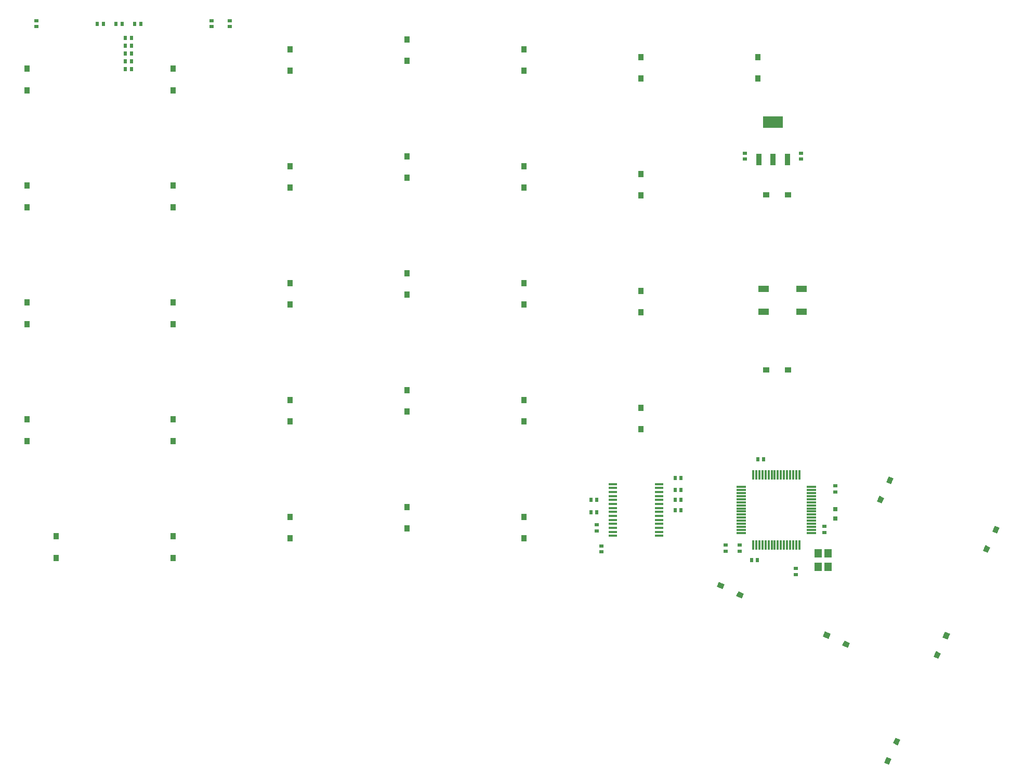
<source format=gbp>
G04 #@! TF.FileFunction,Paste,Bot*
%FSLAX46Y46*%
G04 Gerber Fmt 4.6, Leading zero omitted, Abs format (unit mm)*
G04 Created by KiCad (PCBNEW (2015-07-17 BZR 5958)-product) date 8/7/2015 1:38:10 AM*
%MOMM*%
G01*
G04 APERTURE LIST*
%ADD10C,0.150000*%
%ADD11R,0.300000X1.500000*%
%ADD12R,1.500000X0.300000*%
%ADD13R,0.600000X0.650000*%
%ADD14R,0.650000X0.600000*%
%ADD15R,0.797560X0.797560*%
%ADD16R,1.200000X1.400000*%
%ADD17R,0.950000X1.900000*%
%ADD18R,3.250000X1.900000*%
%ADD19R,1.800000X1.100000*%
%ADD20R,1.430000X0.400000*%
%ADD21R,0.850900X1.000760*%
%ADD22R,1.000760X0.850900*%
G04 APERTURE END LIST*
D10*
D11*
X141030000Y-114011000D03*
X141530000Y-114011000D03*
X142030000Y-114011000D03*
X142530000Y-114011000D03*
X143030000Y-114011000D03*
X143530000Y-114011000D03*
X144030000Y-114011000D03*
X144530000Y-114011000D03*
X145030000Y-114011000D03*
X145530000Y-114011000D03*
X146030000Y-114011000D03*
X146530000Y-114011000D03*
X147030000Y-114011000D03*
X147530000Y-114011000D03*
X148030000Y-114011000D03*
X148530000Y-114011000D03*
D12*
X150530000Y-116011000D03*
X150530000Y-116511000D03*
X150530000Y-117011000D03*
X150530000Y-117511000D03*
X150530000Y-118011000D03*
X150530000Y-118511000D03*
X150530000Y-119011000D03*
X150530000Y-119511000D03*
X150530000Y-120011000D03*
X150530000Y-120511000D03*
X150530000Y-121011000D03*
X150530000Y-121511000D03*
X150530000Y-122011000D03*
X150530000Y-122511000D03*
X150530000Y-123011000D03*
X150530000Y-123511000D03*
D11*
X148530000Y-125511000D03*
X148030000Y-125511000D03*
X147530000Y-125511000D03*
X147030000Y-125511000D03*
X146530000Y-125511000D03*
X146030000Y-125511000D03*
X145530000Y-125511000D03*
X145030000Y-125511000D03*
X144530000Y-125511000D03*
X144030000Y-125511000D03*
X143530000Y-125511000D03*
X143030000Y-125511000D03*
X142530000Y-125511000D03*
X142030000Y-125511000D03*
X141530000Y-125511000D03*
X141030000Y-125511000D03*
D12*
X139030000Y-123511000D03*
X139030000Y-123011000D03*
X139030000Y-122511000D03*
X139030000Y-122011000D03*
X139030000Y-121511000D03*
X139030000Y-121011000D03*
X139030000Y-120511000D03*
X139030000Y-120011000D03*
X139030000Y-119511000D03*
X139030000Y-119011000D03*
X139030000Y-118511000D03*
X139030000Y-118011000D03*
X139030000Y-117511000D03*
X139030000Y-117011000D03*
X139030000Y-116511000D03*
X139030000Y-116011000D03*
D13*
X39743000Y-47879000D03*
X38743000Y-47879000D03*
X39743000Y-46609000D03*
X38743000Y-46609000D03*
D14*
X55753000Y-40013000D03*
X55753000Y-41013000D03*
D13*
X129278000Y-116459000D03*
X128278000Y-116459000D03*
D14*
X138811000Y-125484000D03*
X138811000Y-126484000D03*
X52832000Y-40013000D03*
X52832000Y-41013000D03*
X154432000Y-116832000D03*
X154432000Y-115832000D03*
X136525000Y-125484000D03*
X136525000Y-126484000D03*
D13*
X114562000Y-120142000D03*
X115562000Y-120142000D03*
X114562000Y-118110000D03*
X115562000Y-118110000D03*
X40267000Y-40513000D03*
X41267000Y-40513000D03*
D14*
X115570000Y-123182000D03*
X115570000Y-122182000D03*
D13*
X39743000Y-45339000D03*
X38743000Y-45339000D03*
D14*
X116332000Y-125611000D03*
X116332000Y-126611000D03*
D13*
X39743000Y-44069000D03*
X38743000Y-44069000D03*
X39743000Y-42799000D03*
X38743000Y-42799000D03*
X35171000Y-40513000D03*
X34171000Y-40513000D03*
X38219000Y-40513000D03*
X37219000Y-40513000D03*
D14*
X147955000Y-129294000D03*
X147955000Y-130294000D03*
D13*
X129278000Y-118110000D03*
X128278000Y-118110000D03*
D14*
X152654000Y-122436000D03*
X152654000Y-123436000D03*
D13*
X140724000Y-127889000D03*
X141724000Y-127889000D03*
D14*
X148844000Y-62603000D03*
X148844000Y-61603000D03*
D13*
X129278000Y-114554000D03*
X128278000Y-114554000D03*
D14*
X139700000Y-62603000D03*
X139700000Y-61603000D03*
D13*
X141740000Y-111506000D03*
X142740000Y-111506000D03*
D15*
X154432000Y-121145300D03*
X154432000Y-119646700D03*
D16*
X151600000Y-128989000D03*
X153200000Y-128989000D03*
X153200000Y-126789000D03*
X151600000Y-126789000D03*
D17*
X144272000Y-62613000D03*
X141972000Y-62613000D03*
X146572000Y-62613000D03*
D18*
X144272000Y-56513000D03*
D13*
X128278000Y-119761000D03*
X129278000Y-119761000D03*
D14*
X24257000Y-40013000D03*
X24257000Y-41013000D03*
D19*
X142696000Y-87448000D03*
X142696000Y-83748000D03*
X148896000Y-87448000D03*
X148896000Y-83748000D03*
D20*
X125715000Y-115536000D03*
X125715000Y-116186000D03*
X125715000Y-116836000D03*
X125715000Y-117486000D03*
X125715000Y-118136000D03*
X125715000Y-118786000D03*
X125715000Y-119436000D03*
X125715000Y-120086000D03*
X125715000Y-120736000D03*
X125715000Y-121386000D03*
X125715000Y-122036000D03*
X125715000Y-122686000D03*
X125715000Y-123336000D03*
X125715000Y-123986000D03*
X118125000Y-123986000D03*
X118125000Y-123336000D03*
X118125000Y-122686000D03*
X118125000Y-122036000D03*
X118125000Y-121386000D03*
X118125000Y-120736000D03*
X118125000Y-120086000D03*
X118125000Y-119436000D03*
X118125000Y-118786000D03*
X118125000Y-118136000D03*
X118125000Y-117486000D03*
X118125000Y-116836000D03*
X118125000Y-116186000D03*
X118125000Y-115536000D03*
D10*
G36*
X180345562Y-122334304D02*
X181116739Y-122693910D01*
X180693800Y-123600906D01*
X179922623Y-123241300D01*
X180345562Y-122334304D01*
X180345562Y-122334304D01*
G37*
G36*
X178866347Y-125506490D02*
X179637524Y-125866096D01*
X179214585Y-126773092D01*
X178443408Y-126413486D01*
X178866347Y-125506490D01*
X178866347Y-125506490D01*
G37*
D21*
X22733500Y-85951400D03*
X22733500Y-89451520D03*
X46545500Y-85951400D03*
X46545500Y-89451520D03*
X65595500Y-82776400D03*
X65595500Y-86276520D03*
X84645500Y-81178400D03*
X84645500Y-84678520D03*
X103696000Y-82776400D03*
X103696000Y-86276520D03*
X122756000Y-84035500D03*
X122756000Y-87535620D03*
X22733500Y-66901100D03*
X22733500Y-70401220D03*
X46545500Y-66901100D03*
X46545500Y-70401220D03*
X65595500Y-63726100D03*
X65595500Y-67226220D03*
X103696000Y-63726100D03*
X103696000Y-67226220D03*
X122746000Y-64996100D03*
X122746000Y-68496220D03*
D22*
X146659600Y-68399700D03*
X143159480Y-68399700D03*
D21*
X22733500Y-47853600D03*
X22733500Y-51353720D03*
X46545500Y-47853600D03*
X46545500Y-51353720D03*
D10*
G36*
X163080562Y-114283304D02*
X163851739Y-114642910D01*
X163428800Y-115549906D01*
X162657623Y-115190300D01*
X163080562Y-114283304D01*
X163080562Y-114283304D01*
G37*
G36*
X161601347Y-117455490D02*
X162372524Y-117815096D01*
X161949585Y-118722092D01*
X161178408Y-118362486D01*
X161601347Y-117455490D01*
X161601347Y-117455490D01*
G37*
D21*
X122746000Y-45948600D03*
X122746000Y-49448720D03*
X103696000Y-44676100D03*
X103696000Y-48176220D03*
X84645500Y-43078400D03*
X84645500Y-46578520D03*
X65595500Y-44676100D03*
X65595500Y-48176220D03*
X84645500Y-62128400D03*
X84645500Y-65628520D03*
X27495500Y-124051400D03*
X27495500Y-127551520D03*
X46545500Y-124051400D03*
X46545500Y-127551520D03*
X65595500Y-120876400D03*
X65595500Y-124376520D03*
X84645500Y-119278400D03*
X84645500Y-122778520D03*
X103696000Y-120876400D03*
X103696000Y-124376520D03*
X141796000Y-45948600D03*
X141796000Y-49448720D03*
D10*
G36*
X156795696Y-141465562D02*
X156436090Y-142236739D01*
X155529094Y-141813800D01*
X155888700Y-141042623D01*
X156795696Y-141465562D01*
X156795696Y-141465562D01*
G37*
G36*
X153623510Y-139986347D02*
X153263904Y-140757524D01*
X152356908Y-140334585D01*
X152716514Y-139563408D01*
X153623510Y-139986347D01*
X153623510Y-139986347D01*
G37*
G36*
X164244562Y-156863304D02*
X165015739Y-157222910D01*
X164592800Y-158129906D01*
X163821623Y-157770300D01*
X164244562Y-156863304D01*
X164244562Y-156863304D01*
G37*
G36*
X162765347Y-160035490D02*
X163536524Y-160395096D01*
X163113585Y-161302092D01*
X162342408Y-160942486D01*
X162765347Y-160035490D01*
X162765347Y-160035490D01*
G37*
G36*
X172295562Y-139596304D02*
X173066739Y-139955910D01*
X172643800Y-140862906D01*
X171872623Y-140503300D01*
X172295562Y-139596304D01*
X172295562Y-139596304D01*
G37*
G36*
X170816347Y-142768490D02*
X171587524Y-143128096D01*
X171164585Y-144035092D01*
X170393408Y-143675486D01*
X170816347Y-142768490D01*
X170816347Y-142768490D01*
G37*
D21*
X22733500Y-105001400D03*
X22733500Y-108501520D03*
X46545500Y-105001400D03*
X46545500Y-108501520D03*
X65595500Y-101826400D03*
X65595500Y-105326520D03*
X84645500Y-100228400D03*
X84645500Y-103728520D03*
X103696000Y-101826400D03*
X103696000Y-105326520D03*
X122746000Y-103096400D03*
X122746000Y-106596520D03*
D22*
X146659600Y-96974500D03*
X143159480Y-96974500D03*
D10*
G36*
X139531696Y-133413562D02*
X139172090Y-134184739D01*
X138265094Y-133761800D01*
X138624700Y-132990623D01*
X139531696Y-133413562D01*
X139531696Y-133413562D01*
G37*
G36*
X136359510Y-131934347D02*
X135999904Y-132705524D01*
X135092908Y-132282585D01*
X135452514Y-131511408D01*
X136359510Y-131934347D01*
X136359510Y-131934347D01*
G37*
M02*

</source>
